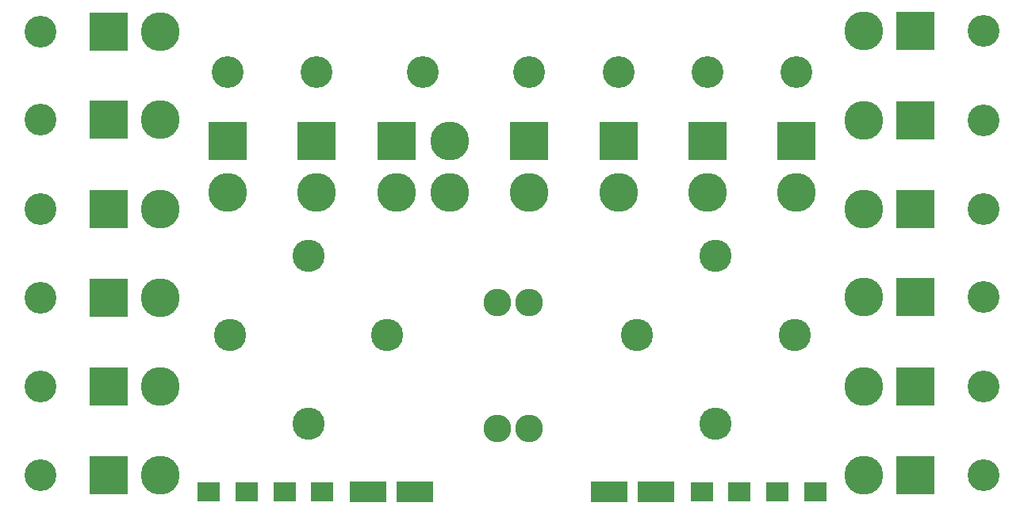
<source format=gts>
G04 #@! TF.FileFunction,Soldermask,Top*
%FSLAX46Y46*%
G04 Gerber Fmt 4.6, Leading zero omitted, Abs format (unit mm)*
G04 Created by KiCad (PCBNEW 4.0.7) date 11/16/17 10:54:23*
%MOMM*%
%LPD*%
G01*
G04 APERTURE LIST*
%ADD10C,0.100000*%
%ADD11R,2.400000X2.100000*%
%ADD12R,3.900000X2.200000*%
%ADD13C,2.950000*%
%ADD14R,4.150000X4.150000*%
%ADD15C,4.150000*%
%ADD16C,3.400000*%
%ADD17C,3.450000*%
G04 APERTURE END LIST*
D10*
D11*
X150700000Y-118950000D03*
X154700000Y-118950000D03*
X215400000Y-118950000D03*
X211400000Y-118950000D03*
D12*
X167650000Y-118950000D03*
X172650000Y-118950000D03*
X193450000Y-118950000D03*
X198450000Y-118950000D03*
D13*
X181450000Y-112210000D03*
X184850000Y-112210000D03*
X184850000Y-98740000D03*
X181450000Y-98737000D03*
D14*
X140000000Y-107750000D03*
D15*
X145500000Y-107750000D03*
D16*
X132700000Y-107750000D03*
D14*
X140025000Y-69775000D03*
D15*
X145525000Y-69775000D03*
D16*
X132725000Y-69775000D03*
D14*
X152700000Y-81450000D03*
D15*
X152700000Y-86950000D03*
D16*
X152700000Y-74150000D03*
D14*
X140000000Y-117250000D03*
D15*
X145500000Y-117250000D03*
D16*
X132700000Y-117250000D03*
D14*
X140025000Y-79225000D03*
D15*
X145525000Y-79225000D03*
D16*
X132725000Y-79225000D03*
D14*
X140025000Y-88725000D03*
D15*
X145525000Y-88725000D03*
D16*
X132725000Y-88725000D03*
D14*
X140000000Y-98250000D03*
D15*
X145500000Y-98250000D03*
D16*
X132700000Y-98250000D03*
D14*
X162200000Y-81450000D03*
D15*
X162200000Y-86950000D03*
D16*
X162200000Y-74150000D03*
D14*
X184900000Y-81450000D03*
D15*
X184900000Y-86950000D03*
D16*
X184900000Y-74150000D03*
D14*
X226100000Y-69750000D03*
D15*
X220600000Y-69750000D03*
D16*
X233400000Y-69750000D03*
D14*
X226100000Y-79250000D03*
D15*
X220600000Y-79250000D03*
D16*
X233400000Y-79250000D03*
D14*
X226100000Y-88750000D03*
D15*
X220600000Y-88750000D03*
D16*
X233400000Y-88750000D03*
D14*
X226100000Y-98200000D03*
D15*
X220600000Y-98200000D03*
D16*
X233400000Y-98200000D03*
D14*
X203900000Y-81450000D03*
D15*
X203900000Y-86950000D03*
D16*
X203900000Y-74150000D03*
D14*
X213400000Y-81450000D03*
D15*
X213400000Y-86950000D03*
D16*
X213400000Y-74150000D03*
D14*
X226100000Y-117200000D03*
D15*
X220600000Y-117200000D03*
D16*
X233400000Y-117200000D03*
D14*
X194400000Y-81450000D03*
D15*
X194400000Y-86950000D03*
D16*
X194400000Y-74150000D03*
D14*
X226100000Y-107700000D03*
D15*
X220600000Y-107700000D03*
D16*
X233400000Y-107700000D03*
D14*
X170700000Y-81450000D03*
D15*
X176400000Y-81450000D03*
X170700000Y-86950000D03*
X176400000Y-86950000D03*
D16*
X173550000Y-74150000D03*
D17*
X161350000Y-111700000D03*
X169750000Y-102200000D03*
X152950000Y-102200000D03*
X161350000Y-93800000D03*
X204800000Y-111700000D03*
X213200000Y-102200000D03*
X196400000Y-102200000D03*
X204800000Y-93800000D03*
D11*
X162800000Y-118950000D03*
X158800000Y-118950000D03*
X203300000Y-118950000D03*
X207300000Y-118950000D03*
M02*

</source>
